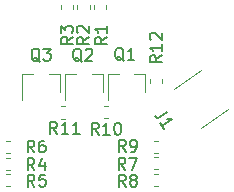
<source format=gbr>
%TF.GenerationSoftware,KiCad,Pcbnew,(5.1.6)-1*%
%TF.CreationDate,2020-12-08T12:03:19+08:00*%
%TF.ProjectId,LED_A1.0,4c45445f-4131-42e3-902e-6b696361645f,rev?*%
%TF.SameCoordinates,Original*%
%TF.FileFunction,Legend,Top*%
%TF.FilePolarity,Positive*%
%FSLAX46Y46*%
G04 Gerber Fmt 4.6, Leading zero omitted, Abs format (unit mm)*
G04 Created by KiCad (PCBNEW (5.1.6)-1) date 2020-12-08 12:03:19*
%MOMM*%
%LPD*%
G01*
G04 APERTURE LIST*
%ADD10C,0.120000*%
%ADD11C,0.150000*%
G04 APERTURE END LIST*
D10*
%TO.C,R12*%
X42606500Y-28369479D02*
X42606500Y-28043921D01*
X43626500Y-28369479D02*
X43626500Y-28043921D01*
%TO.C,R11*%
X35054321Y-30363700D02*
X35379879Y-30363700D01*
X35054321Y-31383700D02*
X35379879Y-31383700D01*
%TO.C,R10*%
X38686521Y-30338300D02*
X39012079Y-30338300D01*
X38686521Y-31358300D02*
X39012079Y-31358300D01*
%TO.C,R9*%
X42915621Y-33246600D02*
X43241179Y-33246600D01*
X42915621Y-34266600D02*
X43241179Y-34266600D01*
%TO.C,R8*%
X42915621Y-36091400D02*
X43241179Y-36091400D01*
X42915621Y-37111400D02*
X43241179Y-37111400D01*
%TO.C,R7*%
X42915621Y-34669000D02*
X43241179Y-34669000D01*
X42915621Y-35689000D02*
X43241179Y-35689000D01*
%TO.C,R6*%
X30744379Y-34292000D02*
X30418821Y-34292000D01*
X30744379Y-33272000D02*
X30418821Y-33272000D01*
%TO.C,R5*%
X30744379Y-37136800D02*
X30418821Y-37136800D01*
X30744379Y-36116800D02*
X30418821Y-36116800D01*
%TO.C,R4*%
X30744379Y-35714400D02*
X30418821Y-35714400D01*
X30744379Y-34694400D02*
X30418821Y-34694400D01*
%TO.C,R3*%
X35024600Y-22108379D02*
X35024600Y-21782821D01*
X36044600Y-22108379D02*
X36044600Y-21782821D01*
%TO.C,R2*%
X36447000Y-22108379D02*
X36447000Y-21782821D01*
X37467000Y-22108379D02*
X37467000Y-21782821D01*
%TO.C,R1*%
X37869400Y-22108379D02*
X37869400Y-21782821D01*
X38889400Y-22108379D02*
X38889400Y-21782821D01*
%TO.C,Q3*%
X34942900Y-27637200D02*
X34012900Y-27637200D01*
X31782900Y-27637200D02*
X32712900Y-27637200D01*
X31782900Y-27637200D02*
X31782900Y-29797200D01*
X34942900Y-27637200D02*
X34942900Y-29097200D01*
%TO.C,Q2*%
X38575100Y-27637200D02*
X37645100Y-27637200D01*
X35415100Y-27637200D02*
X36345100Y-27637200D01*
X35415100Y-27637200D02*
X35415100Y-29797200D01*
X38575100Y-27637200D02*
X38575100Y-29097200D01*
%TO.C,Q1*%
X42181900Y-27637200D02*
X41251900Y-27637200D01*
X39021900Y-27637200D02*
X39951900Y-27637200D01*
X39021900Y-27637200D02*
X39021900Y-29797200D01*
X42181900Y-27637200D02*
X42181900Y-29097200D01*
%TO.C,J1*%
X49180083Y-30592483D02*
X46891372Y-32195056D01*
X46885490Y-27315465D02*
X44596780Y-28918038D01*
%TO.C,R12*%
D11*
X43568880Y-26042857D02*
X43092690Y-26376190D01*
X43568880Y-26614285D02*
X42568880Y-26614285D01*
X42568880Y-26233333D01*
X42616500Y-26138095D01*
X42664119Y-26090476D01*
X42759357Y-26042857D01*
X42902214Y-26042857D01*
X42997452Y-26090476D01*
X43045071Y-26138095D01*
X43092690Y-26233333D01*
X43092690Y-26614285D01*
X43568880Y-25090476D02*
X43568880Y-25661904D01*
X43568880Y-25376190D02*
X42568880Y-25376190D01*
X42711738Y-25471428D01*
X42806976Y-25566666D01*
X42854595Y-25661904D01*
X42664119Y-24709523D02*
X42616500Y-24661904D01*
X42568880Y-24566666D01*
X42568880Y-24328571D01*
X42616500Y-24233333D01*
X42664119Y-24185714D01*
X42759357Y-24138095D01*
X42854595Y-24138095D01*
X42997452Y-24185714D01*
X43568880Y-24757142D01*
X43568880Y-24138095D01*
%TO.C,R11*%
X34713942Y-32684980D02*
X34380609Y-32208790D01*
X34142514Y-32684980D02*
X34142514Y-31684980D01*
X34523466Y-31684980D01*
X34618704Y-31732600D01*
X34666323Y-31780219D01*
X34713942Y-31875457D01*
X34713942Y-32018314D01*
X34666323Y-32113552D01*
X34618704Y-32161171D01*
X34523466Y-32208790D01*
X34142514Y-32208790D01*
X35666323Y-32684980D02*
X35094895Y-32684980D01*
X35380609Y-32684980D02*
X35380609Y-31684980D01*
X35285371Y-31827838D01*
X35190133Y-31923076D01*
X35094895Y-31970695D01*
X36618704Y-32684980D02*
X36047276Y-32684980D01*
X36332990Y-32684980D02*
X36332990Y-31684980D01*
X36237752Y-31827838D01*
X36142514Y-31923076D01*
X36047276Y-31970695D01*
%TO.C,R10*%
X38231842Y-32748480D02*
X37898509Y-32272290D01*
X37660414Y-32748480D02*
X37660414Y-31748480D01*
X38041366Y-31748480D01*
X38136604Y-31796100D01*
X38184223Y-31843719D01*
X38231842Y-31938957D01*
X38231842Y-32081814D01*
X38184223Y-32177052D01*
X38136604Y-32224671D01*
X38041366Y-32272290D01*
X37660414Y-32272290D01*
X39184223Y-32748480D02*
X38612795Y-32748480D01*
X38898509Y-32748480D02*
X38898509Y-31748480D01*
X38803271Y-31891338D01*
X38708033Y-31986576D01*
X38612795Y-32034195D01*
X39803271Y-31748480D02*
X39898509Y-31748480D01*
X39993747Y-31796100D01*
X40041366Y-31843719D01*
X40088985Y-31938957D01*
X40136604Y-32129433D01*
X40136604Y-32367528D01*
X40088985Y-32558004D01*
X40041366Y-32653242D01*
X39993747Y-32700861D01*
X39898509Y-32748480D01*
X39803271Y-32748480D01*
X39708033Y-32700861D01*
X39660414Y-32653242D01*
X39612795Y-32558004D01*
X39565176Y-32367528D01*
X39565176Y-32129433D01*
X39612795Y-31938957D01*
X39660414Y-31843719D01*
X39708033Y-31796100D01*
X39803271Y-31748480D01*
%TO.C,R9*%
X40536833Y-34183580D02*
X40203500Y-33707390D01*
X39965404Y-34183580D02*
X39965404Y-33183580D01*
X40346357Y-33183580D01*
X40441595Y-33231200D01*
X40489214Y-33278819D01*
X40536833Y-33374057D01*
X40536833Y-33516914D01*
X40489214Y-33612152D01*
X40441595Y-33659771D01*
X40346357Y-33707390D01*
X39965404Y-33707390D01*
X41013023Y-34183580D02*
X41203500Y-34183580D01*
X41298738Y-34135961D01*
X41346357Y-34088342D01*
X41441595Y-33945485D01*
X41489214Y-33755009D01*
X41489214Y-33374057D01*
X41441595Y-33278819D01*
X41393976Y-33231200D01*
X41298738Y-33183580D01*
X41108261Y-33183580D01*
X41013023Y-33231200D01*
X40965404Y-33278819D01*
X40917785Y-33374057D01*
X40917785Y-33612152D01*
X40965404Y-33707390D01*
X41013023Y-33755009D01*
X41108261Y-33802628D01*
X41298738Y-33802628D01*
X41393976Y-33755009D01*
X41441595Y-33707390D01*
X41489214Y-33612152D01*
%TO.C,R8*%
X40524133Y-37142680D02*
X40190800Y-36666490D01*
X39952704Y-37142680D02*
X39952704Y-36142680D01*
X40333657Y-36142680D01*
X40428895Y-36190300D01*
X40476514Y-36237919D01*
X40524133Y-36333157D01*
X40524133Y-36476014D01*
X40476514Y-36571252D01*
X40428895Y-36618871D01*
X40333657Y-36666490D01*
X39952704Y-36666490D01*
X41095561Y-36571252D02*
X41000323Y-36523633D01*
X40952704Y-36476014D01*
X40905085Y-36380776D01*
X40905085Y-36333157D01*
X40952704Y-36237919D01*
X41000323Y-36190300D01*
X41095561Y-36142680D01*
X41286038Y-36142680D01*
X41381276Y-36190300D01*
X41428895Y-36237919D01*
X41476514Y-36333157D01*
X41476514Y-36380776D01*
X41428895Y-36476014D01*
X41381276Y-36523633D01*
X41286038Y-36571252D01*
X41095561Y-36571252D01*
X41000323Y-36618871D01*
X40952704Y-36666490D01*
X40905085Y-36761728D01*
X40905085Y-36952204D01*
X40952704Y-37047442D01*
X41000323Y-37095061D01*
X41095561Y-37142680D01*
X41286038Y-37142680D01*
X41381276Y-37095061D01*
X41428895Y-37047442D01*
X41476514Y-36952204D01*
X41476514Y-36761728D01*
X41428895Y-36666490D01*
X41381276Y-36618871D01*
X41286038Y-36571252D01*
%TO.C,R7*%
X40498733Y-35707580D02*
X40165400Y-35231390D01*
X39927304Y-35707580D02*
X39927304Y-34707580D01*
X40308257Y-34707580D01*
X40403495Y-34755200D01*
X40451114Y-34802819D01*
X40498733Y-34898057D01*
X40498733Y-35040914D01*
X40451114Y-35136152D01*
X40403495Y-35183771D01*
X40308257Y-35231390D01*
X39927304Y-35231390D01*
X40832066Y-34707580D02*
X41498733Y-34707580D01*
X41070161Y-35707580D01*
%TO.C,R6*%
X32789833Y-34247080D02*
X32456500Y-33770890D01*
X32218404Y-34247080D02*
X32218404Y-33247080D01*
X32599357Y-33247080D01*
X32694595Y-33294700D01*
X32742214Y-33342319D01*
X32789833Y-33437557D01*
X32789833Y-33580414D01*
X32742214Y-33675652D01*
X32694595Y-33723271D01*
X32599357Y-33770890D01*
X32218404Y-33770890D01*
X33646976Y-33247080D02*
X33456500Y-33247080D01*
X33361261Y-33294700D01*
X33313642Y-33342319D01*
X33218404Y-33485176D01*
X33170785Y-33675652D01*
X33170785Y-34056604D01*
X33218404Y-34151842D01*
X33266023Y-34199461D01*
X33361261Y-34247080D01*
X33551738Y-34247080D01*
X33646976Y-34199461D01*
X33694595Y-34151842D01*
X33742214Y-34056604D01*
X33742214Y-33818509D01*
X33694595Y-33723271D01*
X33646976Y-33675652D01*
X33551738Y-33628033D01*
X33361261Y-33628033D01*
X33266023Y-33675652D01*
X33218404Y-33723271D01*
X33170785Y-33818509D01*
%TO.C,R5*%
X32802533Y-37142680D02*
X32469200Y-36666490D01*
X32231104Y-37142680D02*
X32231104Y-36142680D01*
X32612057Y-36142680D01*
X32707295Y-36190300D01*
X32754914Y-36237919D01*
X32802533Y-36333157D01*
X32802533Y-36476014D01*
X32754914Y-36571252D01*
X32707295Y-36618871D01*
X32612057Y-36666490D01*
X32231104Y-36666490D01*
X33707295Y-36142680D02*
X33231104Y-36142680D01*
X33183485Y-36618871D01*
X33231104Y-36571252D01*
X33326342Y-36523633D01*
X33564438Y-36523633D01*
X33659676Y-36571252D01*
X33707295Y-36618871D01*
X33754914Y-36714109D01*
X33754914Y-36952204D01*
X33707295Y-37047442D01*
X33659676Y-37095061D01*
X33564438Y-37142680D01*
X33326342Y-37142680D01*
X33231104Y-37095061D01*
X33183485Y-37047442D01*
%TO.C,R4*%
X32802533Y-35758380D02*
X32469200Y-35282190D01*
X32231104Y-35758380D02*
X32231104Y-34758380D01*
X32612057Y-34758380D01*
X32707295Y-34806000D01*
X32754914Y-34853619D01*
X32802533Y-34948857D01*
X32802533Y-35091714D01*
X32754914Y-35186952D01*
X32707295Y-35234571D01*
X32612057Y-35282190D01*
X32231104Y-35282190D01*
X33659676Y-35091714D02*
X33659676Y-35758380D01*
X33421580Y-34710761D02*
X33183485Y-35425047D01*
X33802533Y-35425047D01*
%TO.C,R3*%
X36050480Y-24474466D02*
X35574290Y-24807800D01*
X36050480Y-25045895D02*
X35050480Y-25045895D01*
X35050480Y-24664942D01*
X35098100Y-24569704D01*
X35145719Y-24522085D01*
X35240957Y-24474466D01*
X35383814Y-24474466D01*
X35479052Y-24522085D01*
X35526671Y-24569704D01*
X35574290Y-24664942D01*
X35574290Y-25045895D01*
X35050480Y-24141133D02*
X35050480Y-23522085D01*
X35431433Y-23855419D01*
X35431433Y-23712561D01*
X35479052Y-23617323D01*
X35526671Y-23569704D01*
X35621909Y-23522085D01*
X35860004Y-23522085D01*
X35955242Y-23569704D01*
X36002861Y-23617323D01*
X36050480Y-23712561D01*
X36050480Y-23998276D01*
X36002861Y-24093514D01*
X35955242Y-24141133D01*
%TO.C,R2*%
X37383980Y-24487166D02*
X36907790Y-24820500D01*
X37383980Y-25058595D02*
X36383980Y-25058595D01*
X36383980Y-24677642D01*
X36431600Y-24582404D01*
X36479219Y-24534785D01*
X36574457Y-24487166D01*
X36717314Y-24487166D01*
X36812552Y-24534785D01*
X36860171Y-24582404D01*
X36907790Y-24677642D01*
X36907790Y-25058595D01*
X36479219Y-24106214D02*
X36431600Y-24058595D01*
X36383980Y-23963357D01*
X36383980Y-23725261D01*
X36431600Y-23630023D01*
X36479219Y-23582404D01*
X36574457Y-23534785D01*
X36669695Y-23534785D01*
X36812552Y-23582404D01*
X37383980Y-24153833D01*
X37383980Y-23534785D01*
%TO.C,R1*%
X38907980Y-24487166D02*
X38431790Y-24820500D01*
X38907980Y-25058595D02*
X37907980Y-25058595D01*
X37907980Y-24677642D01*
X37955600Y-24582404D01*
X38003219Y-24534785D01*
X38098457Y-24487166D01*
X38241314Y-24487166D01*
X38336552Y-24534785D01*
X38384171Y-24582404D01*
X38431790Y-24677642D01*
X38431790Y-25058595D01*
X38907980Y-23534785D02*
X38907980Y-24106214D01*
X38907980Y-23820500D02*
X37907980Y-23820500D01*
X38050838Y-23915738D01*
X38146076Y-24010976D01*
X38193695Y-24106214D01*
%TO.C,Q3*%
X33267661Y-26569919D02*
X33172423Y-26522300D01*
X33077185Y-26427061D01*
X32934328Y-26284204D01*
X32839090Y-26236585D01*
X32743852Y-26236585D01*
X32791471Y-26474680D02*
X32696233Y-26427061D01*
X32600995Y-26331823D01*
X32553376Y-26141347D01*
X32553376Y-25808014D01*
X32600995Y-25617538D01*
X32696233Y-25522300D01*
X32791471Y-25474680D01*
X32981947Y-25474680D01*
X33077185Y-25522300D01*
X33172423Y-25617538D01*
X33220042Y-25808014D01*
X33220042Y-26141347D01*
X33172423Y-26331823D01*
X33077185Y-26427061D01*
X32981947Y-26474680D01*
X32791471Y-26474680D01*
X33553376Y-25474680D02*
X34172423Y-25474680D01*
X33839090Y-25855633D01*
X33981947Y-25855633D01*
X34077185Y-25903252D01*
X34124804Y-25950871D01*
X34172423Y-26046109D01*
X34172423Y-26284204D01*
X34124804Y-26379442D01*
X34077185Y-26427061D01*
X33981947Y-26474680D01*
X33696233Y-26474680D01*
X33600995Y-26427061D01*
X33553376Y-26379442D01*
%TO.C,Q2*%
X36798261Y-26569919D02*
X36703023Y-26522300D01*
X36607785Y-26427061D01*
X36464928Y-26284204D01*
X36369690Y-26236585D01*
X36274452Y-26236585D01*
X36322071Y-26474680D02*
X36226833Y-26427061D01*
X36131595Y-26331823D01*
X36083976Y-26141347D01*
X36083976Y-25808014D01*
X36131595Y-25617538D01*
X36226833Y-25522300D01*
X36322071Y-25474680D01*
X36512547Y-25474680D01*
X36607785Y-25522300D01*
X36703023Y-25617538D01*
X36750642Y-25808014D01*
X36750642Y-26141347D01*
X36703023Y-26331823D01*
X36607785Y-26427061D01*
X36512547Y-26474680D01*
X36322071Y-26474680D01*
X37131595Y-25569919D02*
X37179214Y-25522300D01*
X37274452Y-25474680D01*
X37512547Y-25474680D01*
X37607785Y-25522300D01*
X37655404Y-25569919D01*
X37703023Y-25665157D01*
X37703023Y-25760395D01*
X37655404Y-25903252D01*
X37083976Y-26474680D01*
X37703023Y-26474680D01*
%TO.C,Q1*%
X40354261Y-26493719D02*
X40259023Y-26446100D01*
X40163785Y-26350861D01*
X40020928Y-26208004D01*
X39925690Y-26160385D01*
X39830452Y-26160385D01*
X39878071Y-26398480D02*
X39782833Y-26350861D01*
X39687595Y-26255623D01*
X39639976Y-26065147D01*
X39639976Y-25731814D01*
X39687595Y-25541338D01*
X39782833Y-25446100D01*
X39878071Y-25398480D01*
X40068547Y-25398480D01*
X40163785Y-25446100D01*
X40259023Y-25541338D01*
X40306642Y-25731814D01*
X40306642Y-26065147D01*
X40259023Y-26255623D01*
X40163785Y-26350861D01*
X40068547Y-26398480D01*
X39878071Y-26398480D01*
X41259023Y-26398480D02*
X40687595Y-26398480D01*
X40973309Y-26398480D02*
X40973309Y-25398480D01*
X40878071Y-25541338D01*
X40782833Y-25636576D01*
X40687595Y-25684195D01*
%TO.C,J1*%
X44008891Y-30870747D02*
X43423782Y-31280445D01*
X43279447Y-31323377D01*
X43146806Y-31299989D01*
X43025860Y-31210280D01*
X42971233Y-31132266D01*
X43763315Y-32263476D02*
X43435557Y-31795389D01*
X43599436Y-32029432D02*
X44418588Y-31455856D01*
X44246940Y-31459781D01*
X44114299Y-31436393D01*
X44020666Y-31385692D01*
%TD*%
M02*

</source>
